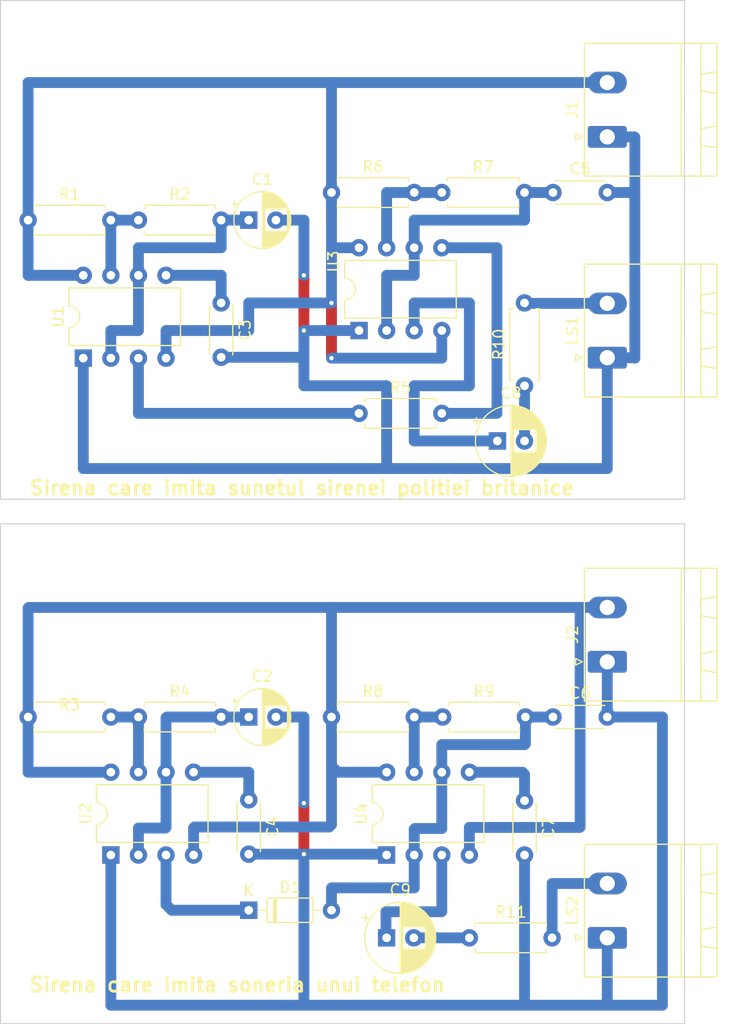
<source format=kicad_pcb>
(kicad_pcb (version 20240108) (generator "pcbnew") (generator_version "8.0")
  (layers (0 "F.Cu" signal) (31 "B.Cu" signal) (34 "B.Paste" user) (35 "F.Paste" user) (36 "B.SilkS" user "B.Silkscreen") (37 "F.SilkS" user "F.Silkscreen") (38 "B.Mask" user) (39 "F.Mask" user) (44 "Edge.Cuts" user))
  (net 0 "")
  (net 1 "+15V")
  (net 2 "Net-(C9-Pad2)")
  (net 3 "GND")
  (net 4 "Net-(U1-THR)")
  (net 5 "Net-(U2-THR)")
  (net 6 "Net-(U1-CV)")
  (net 7 "Net-(U2-CV)")
  (net 8 "Net-(U3-THR)")
  (net 9 "Net-(D1-A)")
  (net 10 "Net-(U4-CV)")
  (net 11 "Net-(U3-Q)")
  (net 12 "Net-(C8-Pad2)")
  (net 13 "Net-(U4-Q)")
  (net 14 "Net-(D1-K)")
  (net 15 "Net-(LS2-Pad2)")
  (net 16 "Net-(U1-DIS)")
  (net 17 "Net-(U2-DIS)")
  (net 18 "Net-(U1-Q)")
  (net 19 "Net-(U3-CV)")
  (net 20 "Net-(U3-DIS)")
  (net 21 "Net-(U4-DIS)")
  (net 22 "Net-(LS1-Pad2)")
  (footprint "Connector_Phoenix_MSTB:PhoenixContact_MSTBA_2,5_2-G_1x02_P5.00mm_Horizontal" (layer "F.Cu") (at 55.88 32.98 90)
    (property "Reference" "LS1" (at 2.5 -3.2 90) (layer "F.SilkS"))
    (property "Value" "Speaker")
    (pad "1" thru_hole roundrect (at 0 0 90) (size 2 3.6) (drill 1.4) (layers "*.Cu" "*.Mask") (roundrect_rratio 0.125) (net 3 "GND"))
    (pad "2" thru_hole oval (at 5 0 90) (size 2 3.6) (drill 1.4) (layers "*.Cu" "*.Mask") (net 22 "Net-(LS1-Pad2)"))
  )
  (footprint "Resistor_THT:R_Axial_DIN0207_L6.3mm_D2.5mm_P7.62mm_Horizontal" (layer "F.Cu") (at 2.54 20.32)
    (property "Reference" "R1" (at 3.81 -2.37 0) (layer "F.SilkS"))
    (property "Value" "10k")
    (pad "1" thru_hole circle (at 0 0) (size 1.6 1.6) (drill 0.8) (layers "*.Cu" "*.Mask") (net 1 "+15V"))
    (pad "2" thru_hole oval (at 7.62 0) (size 1.6 1.6) (drill 0.8) (layers "*.Cu" "*.Mask") (net 16 "Net-(U1-DIS)"))
  )
  (footprint "Capacitor_THT:C_Disc_D4.3mm_W1.9mm_P5.00mm" (layer "F.Cu") (at 22.86 73.66 -90)
    (property "Reference" "C4" (at 2.5 -2.2 90) (layer "F.SilkS"))
    (property "Value" "0.1uF")
    (pad "1" thru_hole circle (at 0 0 270) (size 1.6 1.6) (drill 0.8) (layers "*.Cu" "*.Mask") (net 7 "Net-(U2-CV)"))
    (pad "2" thru_hole circle (at 5 0 270) (size 1.6 1.6) (drill 0.8) (layers "*.Cu" "*.Mask") (net 3 "GND"))
  )
  (footprint "Resistor_THT:R_Axial_DIN0207_L6.3mm_D2.5mm_P7.62mm_Horizontal" (layer "F.Cu") (at 33.02 38.1)
    (property "Reference" "R5" (at 3.81 -2.37 0) (layer "F.SilkS"))
    (property "Value" "10k")
    (pad "1" thru_hole circle (at 0 0) (size 1.6 1.6) (drill 0.8) (layers "*.Cu" "*.Mask") (net 18 "Net-(U1-Q)"))
    (pad "2" thru_hole oval (at 7.62 0) (size 1.6 1.6) (drill 0.8) (layers "*.Cu" "*.Mask") (net 19 "Net-(U3-CV)"))
  )
  (footprint "Connector_Phoenix_MSTB:PhoenixContact_MSTBA_2,5_2-G_1x02_P5.00mm_Horizontal" (layer "F.Cu") (at 55.88 12.66 90)
    (property "Reference" "J1" (at 2.5 -3.2 90) (layer "F.SilkS"))
    (property "Value" "Screw_Terminal_01x02")
    (pad "1" thru_hole roundrect (at 0 0 90) (size 2 3.6) (drill 1.4) (layers "*.Cu" "*.Mask") (roundrect_rratio 0.125) (net 3 "GND"))
    (pad "2" thru_hole oval (at 5 0 90) (size 2 3.6) (drill 1.4) (layers "*.Cu" "*.Mask") (net 1 "+15V"))
  )
  (footprint "Resistor_THT:R_Axial_DIN0207_L6.3mm_D2.5mm_P7.62mm_Horizontal" (layer "F.Cu") (at 43.18 86.36)
    (property "Reference" "R11" (at 3.81 -2.37 0) (layer "F.SilkS"))
    (property "Value" "70")
    (pad "1" thru_hole circle (at 0 0) (size 1.6 1.6) (drill 0.8) (layers "*.Cu" "*.Mask") (net 2 "Net-(C9-Pad2)"))
    (pad "2" thru_hole oval (at 7.62 0) (size 1.6 1.6) (drill 0.8) (layers "*.Cu" "*.Mask") (net 15 "Net-(LS2-Pad2)"))
  )
  (footprint "Capacitor_THT:C_Disc_D4.3mm_W1.9mm_P5.00mm" (layer "F.Cu") (at 20.32 27.94 -90)
    (property "Reference" "C3" (at 2.5 -2.2 90) (layer "F.SilkS"))
    (property "Value" "0.1uF")
    (pad "1" thru_hole circle (at 0 0 270) (size 1.6 1.6) (drill 0.8) (layers "*.Cu" "*.Mask") (net 6 "Net-(U1-CV)"))
    (pad "2" thru_hole circle (at 5 0 270) (size 1.6 1.6) (drill 0.8) (layers "*.Cu" "*.Mask") (net 3 "GND"))
  )
  (footprint "Resistor_THT:R_Axial_DIN0207_L6.3mm_D2.5mm_P7.62mm_Horizontal" (layer "F.Cu") (at 40.64 17.78)
    (property "Reference" "R7" (at 3.81 -2.37 0) (layer "F.SilkS"))
    (property "Value" "220K")
    (pad "1" thru_hole circle (at 0 0) (size 1.6 1.6) (drill 0.8) (layers "*.Cu" "*.Mask") (net 20 "Net-(U3-DIS)"))
    (pad "2" thru_hole oval (at 7.62 0) (size 1.6 1.6) (drill 0.8) (layers "*.Cu" "*.Mask") (net 8 "Net-(U3-THR)"))
  )
  (footprint "Capacitor_THT:C_Disc_D4.3mm_W1.9mm_P5.00mm" (layer "F.Cu") (at 50.88 17.78)
    (property "Reference" "C5" (at 2.5 -2.2 0) (layer "F.SilkS"))
    (property "Value" "10nF")
    (pad "1" thru_hole circle (at 0 0) (size 1.6 1.6) (drill 0.8) (layers "*.Cu" "*.Mask") (net 8 "Net-(U3-THR)"))
    (pad "2" thru_hole circle (at 5 0) (size 1.6 1.6) (drill 0.8) (layers "*.Cu" "*.Mask") (net 3 "GND"))
  )
  (footprint "Capacitor_THT:CP_Radial_D5.0mm_P2.50mm" (layer "F.Cu") (at 22.86 66.04)
    (property "Reference" "C2" (at 1.25 -3.75 0) (layer "F.SilkS"))
    (property "Value" "10uF")
    (pad "1" thru_hole rect (at 0 0) (size 1.6 1.6) (drill 0.8) (layers "*.Cu" "*.Mask") (net 5 "Net-(U2-THR)"))
    (pad "2" thru_hole circle (at 2.5 0) (size 1.6 1.6) (drill 0.8) (layers "*.Cu" "*.Mask") (net 3 "GND"))
  )
  (footprint "Resistor_THT:R_Axial_DIN0207_L6.3mm_D2.5mm_P7.62mm_Horizontal" (layer "F.Cu") (at 48.26 35.56 90)
    (property "Reference" "R10" (at 3.81 -2.37 90) (layer "F.SilkS"))
    (property "Value" "70")
    (pad "1" thru_hole circle (at 0 0 90) (size 1.6 1.6) (drill 0.8) (layers "*.Cu" "*.Mask") (net 12 "Net-(C8-Pad2)"))
    (pad "2" thru_hole oval (at 7.62 0 90) (size 1.6 1.6) (drill 0.8) (layers "*.Cu" "*.Mask") (net 22 "Net-(LS1-Pad2)"))
  )
  (footprint "Connector_Phoenix_MSTB:PhoenixContact_MSTBA_2,5_2-G_1x02_P5.00mm_Horizontal" (layer "F.Cu") (at 55.88 60.96 90)
    (property "Reference" "J2" (at 2.5 -3.2 90) (layer "F.SilkS"))
    (property "Value" "Screw_Terminal_01x02")
    (pad "1" thru_hole roundrect (at 0 0 90) (size 2 3.6) (drill 1.4) (layers "*.Cu" "*.Mask") (roundrect_rratio 0.125) (net 3 "GND"))
    (pad "2" thru_hole oval (at 5 0 90) (size 2 3.6) (drill 1.4) (layers "*.Cu" "*.Mask") (net 1 "+15V"))
  )
  (footprint "Package_DIP:DIP-8_W7.62mm" (layer "F.Cu") (at 10.16 78.74 90)
    (property "Reference" "U2" (at 3.81 -2.33 90) (layer "F.SilkS"))
    (property "Value" "NE555P")
    (pad "1" thru_hole rect (at 0 0 90) (size 1.6 1.6) (drill 0.8) (layers "*.Cu" "*.Mask") (net 3 "GND"))
    (pad "2" thru_hole oval (at 0 2.54 90) (size 1.6 1.6) (drill 0.8) (layers "*.Cu" "*.Mask") (net 5 "Net-(U2-THR)"))
    (pad "3" thru_hole oval (at 0 5.08 90) (size 1.6 1.6) (drill 0.8) (layers "*.Cu" "*.Mask") (net 14 "Net-(D1-K)"))
    (pad "4" thru_hole oval (at 0 7.62 90) (size 1.6 1.6) (drill 0.8) (layers "*.Cu" "*.Mask") (net 1 "+15V"))
    (pad "5" thru_hole oval (at 7.62 7.62 90) (size 1.6 1.6) (drill 0.8) (layers "*.Cu" "*.Mask") (net 7 "Net-(U2-CV)"))
    (pad "6" thru_hole oval (at 7.62 5.08 90) (size 1.6 1.6) (drill 0.8) (layers "*.Cu" "*.Mask") (net 5 "Net-(U2-THR)"))
    (pad "7" thru_hole oval (at 7.62 2.54 90) (size 1.6 1.6) (drill 0.8) (layers "*.Cu" "*.Mask") (net 17 "Net-(U2-DIS)"))
    (pad "8" thru_hole oval (at 7.62 0 90) (size 1.6 1.6) (drill 0.8) (layers "*.Cu" "*.Mask") (net 1 "+15V"))
  )
  (footprint "Diode_THT:D_DO-35_SOD27_P7.62mm_Horizontal" (layer "F.Cu") (at 22.86 83.82)
    (property "Reference" "D1" (at 3.81 -2.12 0) (layer "F.SilkS"))
    (property "Value" "1N4148")
    (fp_text user "K" (at 0 -1.8 0) (layer "F.SilkS"))
    (pad "1" thru_hole rect (at 0 0) (size 1.6 1.6) (drill 0.8) (layers "*.Cu" "*.Mask") (net 14 "Net-(D1-K)"))
    (pad "2" thru_hole oval (at 7.62 0) (size 1.6 1.6) (drill 0.8) (layers "*.Cu" "*.Mask") (net 9 "Net-(D1-A)"))
  )
  (footprint "Package_DIP:DIP-8_W7.62mm" (layer "F.Cu") (at 7.62 33.02 90)
    (property "Reference" "U1" (at 3.81 -2.33 90) (layer "F.SilkS"))
    (property "Value" "NE555P")
    (pad "1" thru_hole rect (at 0 0 90) (size 1.6 1.6) (drill 0.8) (layers "*.Cu" "*.Mask") (net 3 "GND"))
    (pad "2" thru_hole oval (at 0 2.54 90) (size 1.6 1.6) (drill 0.8) (layers "*.Cu" "*.Mask") (net 4 "Net-(U1-THR)"))
    (pad "3" thru_hole oval (at 0 5.08 90) (size 1.6 1.6) (drill 0.8) (layers "*.Cu" "*.Mask") (net 18 "Net-(U1-Q)"))
    (pad "4" thru_hole oval (at 0 7.62 90) (size 1.6 1.6) (drill 0.8) (layers "*.Cu" "*.Mask") (net 1 "+15V"))
    (pad "5" thru_hole oval (at 7.62 7.62 90) (size 1.6 1.6) (drill 0.8) (layers "*.Cu" "*.Mask") (net 6 "Net-(U1-CV)"))
    (pad "6" thru_hole oval (at 7.62 5.08 90) (size 1.6 1.6) (drill 0.8) (layers "*.Cu" "*.Mask") (net 4 "Net-(U1-THR)"))
    (pad "7" thru_hole oval (at 7.62 2.54 90) (size 1.6 1.6) (drill 0.8) (layers "*.Cu" "*.Mask") (net 16 "Net-(U1-DIS)"))
    (pad "8" thru_hole oval (at 7.62 0 90) (size 1.6 1.6) (drill 0.8) (layers "*.Cu" "*.Mask") (net 1 "+15V"))
  )
  (footprint "Capacitor_THT:CP_Radial_D5.0mm_P2.50mm" (layer "F.Cu") (at 22.86 20.32)
    (property "Reference" "C1" (at 1.25 -3.75 0) (layer "F.SilkS"))
    (property "Value" "10uF")
    (pad "1" thru_hole rect (at 0 0) (size 1.6 1.6) (drill 0.8) (layers "*.Cu" "*.Mask") (net 4 "Net-(U1-THR)"))
    (pad "2" thru_hole circle (at 2.5 0) (size 1.6 1.6) (drill 0.8) (layers "*.Cu" "*.Mask") (net 3 "GND"))
  )
  (footprint "Package_DIP:DIP-8_W7.62mm" (layer "F.Cu") (at 35.56 78.74 90)
    (property "Reference" "U4" (at 3.81 -2.33 90) (layer "F.SilkS"))
    (property "Value" "NE555P")
    (pad "1" thru_hole rect (at 0 0 90) (size 1.6 1.6) (drill 0.8) (layers "*.Cu" "*.Mask") (net 3 "GND"))
    (pad "2" thru_hole oval (at 0 2.54 90) (size 1.6 1.6) (drill 0.8) (layers "*.Cu" "*.Mask") (net 9 "Net-(D1-A)"))
    (pad "3" thru_hole oval (at 0 5.08 90) (size 1.6 1.6) (drill 0.8) (layers "*.Cu" "*.Mask") (net 13 "Net-(U4-Q)"))
    (pad "4" thru_hole oval (at 0 7.62 90) (size 1.6 1.6) (drill 0.8) (layers "*.Cu" "*.Mask") (net 1 "+15V"))
    (pad "5" thru_hole oval (at 7.62 7.62 90) (size 1.6 1.6) (drill 0.8) (layers "*.Cu" "*.Mask") (net 10 "Net-(U4-CV)"))
    (pad "6" thru_hole oval (at 7.62 5.08 90) (size 1.6 1.6) (drill 0.8) (layers "*.Cu" "*.Mask") (net 9 "Net-(D1-A)"))
    (pad "7" thru_hole oval (at 7.62 2.54 90) (size 1.6 1.6) (drill 0.8) (layers "*.Cu" "*.Mask") (net 21 "Net-(U4-DIS)"))
    (pad "8" thru_hole oval (at 7.62 0 90) (size 1.6 1.6) (drill 0.8) (layers "*.Cu" "*.Mask") (net 1 "+15V"))
  )
  (footprint "Capacitor_THT:CP_Radial_D6.3mm_P2.50mm" (layer "F.Cu") (at 45.76 40.64)
    (property "Reference" "C8" (at 1.25 -4.4 0) (layer "F.SilkS"))
    (property "Value" "100uF")
    (pad "1" thru_hole rect (at 0 0) (size 1.6 1.6) (drill 0.8) (layers "*.Cu" "*.Mask") (net 11 "Net-(U3-Q)"))
    (pad "2" thru_hole circle (at 2.5 0) (size 1.6 1.6) (drill 0.8) (layers "*.Cu" "*.Mask") (net 12 "Net-(C8-Pad2)"))
  )
  (footprint "Resistor_THT:R_Axial_DIN0207_L6.3mm_D2.5mm_P7.62mm_Horizontal" (layer "F.Cu") (at 12.7 20.32)
    (property "Reference" "R2" (at 3.81 -2.37 0) (layer "F.SilkS"))
    (property "Value" "75k")
    (pad "1" thru_hole circle (at 0 0) (size 1.6 1.6) (drill 0.8) (layers "*.Cu" "*.Mask") (net 16 "Net-(U1-DIS)"))
    (pad "2" thru_hole oval (at 7.62 0) (size 1.6 1.6) (drill 0.8) (layers "*.Cu" "*.Mask") (net 4 "Net-(U1-THR)"))
  )
  (footprint "Capacitor_THT:C_Disc_D4.3mm_W1.9mm_P5.00mm" (layer "F.Cu") (at 48.26 73.74 -90)
    (property "Reference" "C7" (at 2.5 -2.2 90) (layer "F.SilkS"))
    (property "Value" "0.1uF")
    (pad "1" thru_hole circle (at 0 0 270) (size 1.6 1.6) (drill 0.8) (layers "*.Cu" "*.Mask") (net 10 "Net-(U4-CV)"))
    (pad "2" thru_hole circle (at 5 0 270) (size 1.6 1.6) (drill 0.8) (layers "*.Cu" "*.Mask") (net 3 "GND"))
  )
  (footprint "Resistor_THT:R_Axial_DIN0207_L6.3mm_D2.5mm_P7.62mm_Horizontal" (layer "F.Cu") (at 12.7 66.04)
    (property "Reference" "R4" (at 3.81 -2.37 0) (layer "F.SilkS"))
    (property "Value" "75k")
    (pad "1" thru_hole circle (at 0 0) (size 1.6 1.6) (drill 0.8) (layers "*.Cu" "*.Mask") (net 17 "Net-(U2-DIS)"))
    (pad "2" thru_hole oval (at 7.62 0) (size 1.6 1.6) (drill 0.8) (layers "*.Cu" "*.Mask") (net 5 "Net-(U2-THR)"))
  )
  (footprint "Resistor_THT:R_Axial_DIN0207_L6.3mm_D2.5mm_P7.62mm_Horizontal" (layer "F.Cu") (at 40.72 66.04)
    (property "Reference" "R9" (at 3.81 -2.37 0) (layer "F.SilkS"))
    (property "Value" "100k")
    (pad "1" thru_hole circle (at 0 0) (size 1.6 1.6) (drill 0.8) (layers "*.Cu" "*.Mask") (net 21 "Net-(U4-DIS)"))
    (pad "2" thru_hole oval (at 7.62 0) (size 1.6 1.6) (drill 0.8) (layers "*.Cu" "*.Mask") (net 9 "Net-(D1-A)"))
  )
  (footprint "Resistor_THT:R_Axial_DIN0207_L6.3mm_D2.5mm_P7.62mm_Horizontal" (layer "F.Cu") (at 30.48 17.78)
    (property "Reference" "R6" (at 3.81 -2.37 0) (layer "F.SilkS"))
    (property "Value" "10k")
    (pad "1" thru_hole circle (at 0 0) (size 1.6 1.6) (drill 0.8) (layers "*.Cu" "*.Mask") (net 1 "+15V"))
    (pad "2" thru_hole oval (at 7.62 0) (size 1.6 1.6) (drill 0.8) (layers "*.Cu" "*.Mask") (net 20 "Net-(U3-DIS)"))
  )
  (footprint "Connector_Phoenix_MSTB:PhoenixContact_MSTBA_2,5_2-G_1x02_P5.00mm_Horizontal" (layer "F.Cu") (at 55.88 86.36 90)
    (property "Reference" "LS2" (at 2.5 -3.2 90) (layer "F.SilkS"))
    (property "Value" "Speaker")
    (pad "1" thru_hole roundrect (at 0 0 90) (size 2 3.6) (drill 1.4) (layers "*.Cu" "*.Mask") (roundrect_rratio 0.125) (net 3 "GND"))
    (pad "2" thru_hole oval (at 5 0 90) (size 2 3.6) (drill 1.4) (layers "*.Cu" "*.Mask") (net 15 "Net-(LS2-Pad2)"))
  )
  (footprint "Capacitor_THT:CP_Radial_D6.3mm_P2.50mm" (layer "F.Cu") (at 35.56 86.36)
    (property "Reference" "C9" (at 1.25 -4.4 0) (layer "F.SilkS"))
    (property "Value" "100uF")
    (pad "1" thru_hole rect (at 0 0) (size 1.6 1.6) (drill 0.8) (layers "*.Cu" "*.Mask") (net 13 "Net-(U4-Q)"))
    (pad "2" thru_hole circle (at 2.5 0) (size 1.6 1.6) (drill 0.8) (layers "*.Cu" "*.Mask") (net 2 "Net-(C9-Pad2)"))
  )
  (footprint "Resistor_THT:R_Axial_DIN0207_L6.3mm_D2.5mm_P7.62mm_Horizontal" (layer "F.Cu") (at 2.54 66.04)
    (property "Reference" "R3" (at 3.81 -1.11 0) (layer "F.SilkS"))
    (property "Value" "10k")
    (pad "1" thru_hole circle (at 0 0) (size 1.6 1.6) (drill 0.8) (layers "*.Cu" "*.Mask") (net 1 "+15V"))
    (pad "2" thru_hole oval (at 7.62 0) (size 1.6 1.6) (drill 0.8) (layers "*.Cu" "*.Mask") (net 17 "Net-(U2-DIS)"))
  )
  (footprint "Resistor_THT:R_Axial_DIN0207_L6.3mm_D2.5mm_P7.62mm_Horizontal" (layer "F.Cu") (at 30.48 66.04)
    (property "Reference" "R8" (at 3.81 -2.37 0) (layer "F.SilkS"))
    (property "Value" "10k")
    (pad "1" thru_hole circle (at 0 0) (size 1.6 1.6) (drill 0.8) (layers "*.Cu" "*.Mask") (net 1 "+15V"))
    (pad "2" thru_hole oval (at 7.62 0) (size 1.6 1.6) (drill 0.8) (layers "*.Cu" "*.Mask") (net 21 "Net-(U4-DIS)"))
  )
  (footprint "Package_DIP:DIP-8_W7.62mm" (layer "F.Cu") (at 33.02 30.48 90)
    (property "Reference" "U3" (at 6.35 -2.33 90) (layer "F.SilkS"))
    (property "Value" "NE555P")
    (pad "1" thru_hole rect (at 0 0 90) (size 1.6 1.6) (drill 0.8) (layers "*.Cu" "*.Mask") (net 3 "GND"))
    (pad "2" thru_hole oval (at 0 2.54 90) (size 1.6 1.6) (drill 0.8) (layers "*.Cu" "*.Mask") (net 8 "Net-(U3-THR)"))
    (pad "3" thru_hole oval (at 0 5.08 90) (size 1.6 1.6) (drill 0.8) (layers "*.Cu" "*.Mask") (net 11 "Net-(U3-Q)"))
    (pad "4" thru_hole oval (at 0 7.62 90) (size 1.6 1.6) (drill 0.8) (layers "*.Cu" "*.Mask") (net 1 "+15V"))
    (pad "5" thru_hole oval (at 7.62 7.62 90) (size 1.6 1.6) (drill 0.8) (layers "*.Cu" "*.Mask") (net 19 "Net-(U3-CV)"))
    (pad "6" thru_hole oval (at 7.62 5.08 90) (size 1.6 1.6) (drill 0.8) (layers "*.Cu" "*.Mask") (net 8 "Net-(U3-THR)"))
    (pad "7" thru_hole oval (at 7.62 2.54 90) (size 1.6 1.6) (drill 0.8) (layers "*.Cu" "*.Mask") (net 20 "Net-(U3-DIS)"))
    (pad "8" thru_hole oval (at 7.62 0 90) (size 1.6 1.6) (drill 0.8) (layers "*.Cu" "*.Mask") (net 1 "+15V"))
  )
  (footprint "Capacitor_THT:C_Disc_D4.3mm_W1.9mm_P5.00mm" (layer "F.Cu") (at 50.88 66.04)
    (property "Reference" "C6" (at 2.5 -2.2 0) (layer "F.SilkS"))
    (property "Value" "10nF")
    (pad "1" thru_hole circle (at 0 0) (size 1.6 1.6) (drill 0.8) (layers "*.Cu" "*.Mask") (net 9 "Net-(D1-A)"))
    (pad "2" thru_hole circle (at 5 0) (size 1.6 1.6) (drill 0.8) (layers "*.Cu" "*.Mask") (net 3 "GND"))
  )
  (gr_rect (start 0 0.115) (end 63 46) (stroke (width 0.1)) (fill none) (layer "Edge.Cuts"))
  (gr_rect (start 0 48.26) (end 63 94.26) (stroke (width 0.1)) (fill none) (layer "Edge.Cuts"))
  (gr_text "Sirena care imita sunetul sirenei politiei britanice" (at 2.54 45.72 0) (layer "F.SilkS") (effects (font (size 1.3 1.3) (thickness 0.26) (bold yes)) (justify left bottom)))
  (gr_text "Sirena care imita soneria unui telefon" (at 2.54 91.44 0) (layer "F.SilkS") (effects (font (size 1.3 1.3) (thickness 0.26) (bold yes)) (justify left bottom)))
  (segment (start 30.48 33.02) (end 30.48 27.94) (width 1) (layer "F.Cu") (net 1))
  (via (at 30.48 27.94) (size 0.8) (drill 0.4) (layers "F.Cu" "B.Cu") (net 1))
  (via (at 30.48 33.02) (size 0.8) (drill 0.4) (layers "F.Cu" "B.Cu") (net 1))
  (segment (start 2.6 55.96) (end 2.54 56.02) (width 1) (layer "B.Cu") (net 1))
  (segment (start 53.34 76.2) (end 53.38 76.16) (width 1) (layer "B.Cu") (net 1))
  (segment (start 17.78 76.24) (end 17.86 76.16) (width 1) (layer "B.Cu") (net 1))
  (segment (start 30.48 22.86) (end 30.48 17.78) (width 1) (layer "B.Cu") (net 1))
  (segment (start 33.02 22.86) (end 30.48 22.86) (width 1) (layer "B.Cu") (net 1))
  (segment (start 43.18 76.2) (end 53.34 76.2) (width 1) (layer "B.Cu") (net 1))
  (segment (start 30.4 55.96) (end 2.6 55.96) (width 1) (layer "B.Cu") (net 1))
  (segment (start 7.62 25.4) (end 2.54 25.4) (width 1) (layer "B.Cu") (net 1))
  (segment (start 30.48 27.94) (end 30.48 22.86) (width 1) (layer "B.Cu") (net 1))
  (segment (start 2.54 25.4) (end 2.54 20.32) (width 1) (layer "B.Cu") (net 1))
  (segment (start 30.48 20.32) (end 30.48 7.66) (width 1) (layer "B.Cu") (net 1))
  (segment (start 2.54 7.66) (end 2.54 20.32) (width 1) (layer "B.Cu") (net 1))
  (segment (start 2.54 71.12) (end 2.54 66.04) (width 1) (layer "B.Cu") (net 1))
  (segment (start 15.24 30.48) (end 15.24 33.02) (width 1) (layer "B.Cu") (net 1))
  (segment (start 22.86 27.94) (end 22.86 30.48) (width 1) (layer "B.Cu") (net 1))
  (segment (start 30.48 33.02) (end 40.64 33.02) (width 1) (layer "B.Cu") (net 1))
  (segment (start 55.88 7.66) (end 30.48 7.66) (width 1) (layer "B.Cu") (net 1))
  (segment (start 30.48 66.04) (end 30.48 56.04) (width 1) (layer "B.Cu") (net 1))
  (segment (start 30.48 56.04) (end 30.4 55.96) (width 1) (layer "B.Cu") (net 1))
  (segment (start 43.18 78.74) (end 43.18 76.2) (width 1) (layer "B.Cu") (net 1))
  (segment (start 55.88 55.96) (end 53.1 55.96) (width 1) (layer "B.Cu") (net 1))
  (segment (start 17.78 78.74) (end 17.78 76.24) (width 1) (layer "B.Cu") (net 1))
  (segment (start 31.06 71.12) (end 30.48 70.54) (width 1) (layer "B.Cu") (net 1))
  (segment (start 2.54 56.02) (end 2.54 66.04) (width 1) (layer "B.Cu") (net 1))
  (segment (start 30.48 75.94) (end 30.48 70.54) (width 1) (layer "B.Cu") (net 1))
  (segment (start 53.38 56.24) (end 53.1 55.96) (width 1) (layer "B.Cu") (net 1))
  (segment (start 30.48 27.94) (end 22.86 27.94) (width 1) (layer "B.Cu") (net 1))
  (segment (start 22.86 30.48) (end 15.24 30.48) (width 1) (layer "B.Cu") (net 1))
  (segment (start 30.26 76.16) (end 30.48 75.94) (width 1) (layer "B.Cu") (net 1))
  (segment (start 53.1 55.96) (end 30.4 55.96) (width 1) (layer "B.Cu") (net 1))
  (segment (start 10.16 71.12) (end 2.54 71.12) (width 1) (layer "B.Cu") (net 1))
  (segment (start 30.48 7.66) (end 2.54 7.66) (width 1) (layer "B.Cu") (net 1))
  (segment (start 53.38 76.16) (end 53.38 56.24) (width 1) (layer "B.Cu") (net 1))
  (segment (start 17.86 76.16) (end 30.26 76.16) (width 1) (layer "B.Cu") (net 1))
  (segment (start 30.48 70.54) (end 30.48 66.04) (width 1) (layer "B.Cu") (net 1))
  (segment (start 40.64 33.02) (end 40.64 30.48) (width 1) (layer "B.Cu") (net 1))
  (segment (start 35.56 71.12) (end 31.06 71.12) (width 1) (layer "B.Cu") (net 1))
  (segment (start 43.18 86.36) (end 38.06 86.36) (width 1) (layer "B.Cu") (net 2))
  (segment (start 27.94 30.48) (end 27.94 25.4) (width 1) (layer "F.Cu") (net 3))
  (segment (start 27.94 73.96) (end 27.94 78.66) (width 1) (layer "F.Cu") (net 3))
  (via (at 27.94 30.48) (size 0.8) (drill 0.4) (layers "F.Cu" "B.Cu") (net 3))
  (via (at 27.94 73.96) (size 0.8) (drill 0.4) (layers "F.Cu" "B.Cu") (net 3))
  (via (at 27.94 78.66) (size 0.8) (drill 0.4) (layers "F.Cu" "B.Cu") (net 3))
  (via (at 27.94 25.4) (size 0.8) (drill 0.4) (layers "F.Cu" "B.Cu") (net 3))
  (segment (start 58.42 17.78) (end 58.42 33.02) (width 1) (layer "B.Cu") (net 3))
  (segment (start 27.94 73.96) (end 27.94 66.04) (width 1) (layer "B.Cu") (net 3))
  (segment (start 20.32 32.94) (end 27.86 32.94) (width 1) (layer "B.Cu") (net 3))
  (segment (start 58.38 32.98) (end 55.88 32.98) (width 1) (layer "B.Cu") (net 3))
  (segment (start 60.96 66.04) (end 60.96 92.56) (width 1) (layer "B.Cu") (net 3))
  (segment (start 48.26 92.52) (end 48.3 92.56) (width 1) (layer "B.Cu") (net 3))
  (segment (start 27.94 20.32) (end 25.36 20.32) (width 1) (layer "B.Cu") (net 3))
  (segment (start 27.94 66.04) (end 25.36 66.04) (width 1) (layer "B.Cu") (net 3))
  (segment (start 27.94 35.56) (end 35.56 35.56) (width 1) (layer "B.Cu") (net 3))
  (segment (start 10.16 92.56) (end 48.3 92.56) (width 1) (layer "B.Cu") (net 3))
  (segment (start 55.88 66.04) (end 60.96 66.04) (width 1) (layer "B.Cu") (net 3))
  (segment (start 55.6 92.56) (end 55.88 92.56) (width 1) (layer "B.Cu") (net 3))
  (segment (start 55.88 17.78) (end 58.42 17.78) (width 1) (layer "B.Cu") (net 3))
  (segment (start 48.26 78.74) (end 48.26 92.52) (width 1) (layer "B.Cu") (net 3))
  (segment (start 35.56 35.56) (end 35.56 43.18) (width 1) (layer "B.Cu") (net 3))
  (segment (start 27.86 32.94) (end 27.94 33.02) (width 1) (layer "B.Cu") (net 3))
  (segment (start 27.94 92.56) (end 26.2 92.56) (width 1) (layer "B.Cu") (net 3))
  (segment (start 27.94 20.32) (end 27.94 25.4) (width 1) (layer "B.Cu") (net 3))
  (segment (start 27.94 78.66) (end 35.48 78.66) (width 1) (layer "B.Cu") (net 3))
  (segment (start 7.62 33.02) (end 7.62 43.18) (width 1) (layer "B.Cu") (net 3))
  (segment (start 55.88 92.56) (end 55.88 86.36) (width 1) (layer "B.Cu") (net 3))
  (segment (start 55.88 43.18) (end 55.88 32.98) (width 1) (layer "B.Cu") (net 3))
  (segment (start 55.88 12.66) (end 58.38 12.66) (width 1) (layer "B.Cu") (net 3))
  (segment (start 27.94 78.66) (end 27.94 92.56) (width 1) (layer "B.Cu") (net 3))
  (segment (start 10.16 78.74) (end 10.16 92.56) (width 1) (layer "B.Cu") (net 3))
  (segment (start 35.48 78.66) (end 35.56 78.74) (width 1) (layer "B.Cu") (net 3))
  (segment (start 22.86 78.66) (end 27.94 78.66) (width 1) (layer "B.Cu") (net 3))
  (segment (start 33.02 30.48) (end 27.94 30.48) (width 1) (layer "B.Cu") (net 3))
  (segment (start 48.3 92.56) (end 55.6 92.56) (width 1) (layer "B.Cu") (net 3))
  (segment (start 27.94 30.48) (end 27.94 33.02) (width 1) (layer "B.Cu") (net 3))
  (segment (start 55.88 60.96) (end 55.88 66.04) (width 1) (layer "B.Cu") (net 3))
  (segment (start 7.62 43.18) (end 35.56 43.18) (width 1) (layer "B.Cu") (net 3))
  (segment (start 27.94 33.02) (end 27.94 35.56) (width 1) (layer "B.Cu") (net 3))
  (segment (start 58.42 33.02) (end 58.38 32.98) (width 1) (layer "B.Cu") (net 3))
  (segment (start 58.38 12.66) (end 58.42 12.7) (width 1) (layer "B.Cu") (net 3))
  (segment (start 35.56 43.18) (end 55.88 43.18) (width 1) (layer "B.Cu") (net 3))
  (segment (start 58.42 12.7) (end 58.42 17.78) (width 1) (layer "B.Cu") (net 3))
  (segment (start 60.96 92.56) (end 55.6 92.56) (width 1) (layer "B.Cu") (net 3))
  (segment (start 12.7 22.86) (end 20.32 22.86) (width 1) (layer "B.Cu") (net 4))
  (segment (start 20.32 20.32) (end 22.86 20.32) (width 1) (layer "B.Cu") (net 4))
  (segment (start 12.7 30.48) (end 12.7 25.4) (width 1) (layer "B.Cu") (net 4))
  (segment (start 20.32 22.86) (end 20.32 20.32) (width 1) (layer "B.Cu") (net 4))
  (segment (start 10.16 33.02) (end 10.16 30.48) (width 1) (layer "B.Cu") (net 4))
  (segment (start 10.16 30.48) (end 12.7 30.48) (width 1) (layer "B.Cu") (net 4))
  (segment (start 12.7 25.4) (end 12.7 22.86) (width 1) (layer "B.Cu") (net 4))
  (segment (start 15.24 76.2) (end 15.18 76.26) (width 1) (layer "B.Cu") (net 5))
  (segment (start 12.7 76.26) (end 12.7 78.74) (width 1) (layer "B.Cu") (net 5))
  (segment (start 15.24 66.12) (end 15.32 66.04) (width 1) (layer "B.Cu") (net 5))
  (segment (start 15.24 71.12) (end 15.24 76.2) (width 1) (layer "B.Cu") (net 5))
  (segment (start 15.24 71.12) (end 15.24 66.12) (width 1) (layer "B.Cu") (net 5))
  (segment (start 15.32 66.04) (end 22.86 66.04) (width 1) (layer "B.Cu") (net 5))
  (segment (start 15.18 76.26) (end 12.7 76.26) (width 1) (layer "B.Cu") (net 5))
  (segment (start 20.32 27.94) (end 20.32 25.4) (width 1) (layer "B.Cu") (net 6))
  (segment (start 20.32 25.4) (end 15.24 25.4) (width 1) (layer "B.Cu") (net 6))
  (segment (start 22.86 71.12) (end 22.86 73.66) (width 1) (layer "B.Cu") (net 7))
  (segment (start 17.78 71.12) (end 22.86 71.12) (width 1) (layer "B.Cu") (net 7))
  (segment (start 38.1 22.86) (end 38.1 25.4) (width 1) (layer "B.Cu") (net 8))
  (segment (start 35.56 25.4) (end 38.1 25.4) (width 1) (layer "B.Cu") (net 8))
  (segment (start 48.26 20.32) (end 48.26 17.78) (width 1) (layer "B.Cu") (net 8))
  (segment (start 50.8 17.78) (end 48.26 17.78) (width 1) (layer "B.Cu") (net 8))
  (segment (start 35.56 30.48) (end 35.56 25.4) (width 1) (layer "B.Cu") (net 8))
  (segment (start 38.1 22.86) (end 38.1 20.32) (width 1) (layer "B.Cu") (net 8))
  (segment (start 38.1 20.32) (end 48.26 20.32) (width 1) (layer "B.Cu") (net 8))
  (segment (start 48.26 68.58) (end 48.34 68.5) (width 1) (layer "B.Cu") (net 9))
  (segment (start 50.88 66.04) (end 48.34 66.04) (width 1) (layer "B.Cu") (net 9))
  (segment (start 40.64 71.12) (end 40.64 68.58) (width 1) (layer "B.Cu") (net 9))
  (segment (start 40.64 76.3) (end 38.16 76.3) (width 1) (layer "B.Cu") (net 9))
  (segment (start 38.16 76.3) (end 38.1 76.36) (width 1) (layer "B.Cu") (net 9))
  (segment (start 40.64 68.58) (end 48.26 68.58) (width 1) (layer "B.Cu") (net 9))
  (segment (start 40.64 71.12) (end 40.64 76.3) (width 1) (layer "B.Cu") (net 9))
  (segment (start 38.1 81.76) (end 38.1 78.74) (width 1) (layer "B.Cu") (net 9))
  (segment (start 30.48 83.82) (end 30.48 81.78) (width 1) (layer "B.Cu") (net 9))
  (segment (start 30.48 81.78) (end 30.5 81.76) (width 1) (layer "B.Cu") (net 9))
  (segment (start 38.1 76.36) (end 38.1 78.74) (width 1) (layer "B.Cu") (net 9))
  (segment (start 48.34 68.5) (end 48.34 66.04) (width 1) (layer "B.Cu") (net 9))
  (segment (start 30.5 81.76) (end 38.1 81.76) (width 1) (layer "B.Cu") (net 9))
  (segment (start 48.26 71.32) (end 48.26 73.74) (width 1) (layer "B.Cu") (net 10))
  (segment (start 43.18 71.12) (end 48.06 71.12) (width 1) (layer "B.Cu") (net 10))
  (segment (start 48.06 71.12) (end 48.26 71.32) (width 1) (layer "B.Cu") (net 10))
  (segment (start 43.18 27.94) (end 43.18 35.56) (width 1) (layer "B.Cu") (net 11))
  (segment (start 38.1 35.56) (end 38.1 40.64) (width 1) (layer "B.Cu") (net 11))
  (segment (start 43.18 35.56) (end 38.1 35.56) (width 1) (layer "B.Cu") (net 11))
  (segment (start 38.1 30.48) (end 38.1 27.94) (width 1) (layer "B.Cu") (net 11))
  (segment (start 38.1 40.64) (end 45.76 40.64) (width 1) (layer "B.Cu") (net 11))
  (segment (start 38.1 27.94) (end 43.18 27.94) (width 1) (layer "B.Cu") (net 11))
  (segment (start 48.26 40.64) (end 48.26 35.56) (width 1) (layer "B.Cu") (net 12))
  (segment (start 35.5 86.3) (end 35.56 86.36) (width 1) (layer "B.Cu") (net 13))
  (segment (start 40.64 83.92) (end 40.6 83.96) (width 1) (layer "B.Cu") (net 13))
  (segment (start 40.6 83.96) (end 35.5 83.96) (width 1) (layer "B.Cu") (net 13))
  (segment (start 40.64 78.74) (end 40.64 83.92) (width 1) (layer "B.Cu") (net 13))
  (segment (start 35.5 83.96) (end 35.5 86.3) (width 1) (layer "B.Cu") (net 13))
  (segment (start 15.76 83.82) (end 15.24 83.3) (width 1) (layer "B.Cu") (net 14))
  (segment (start 22.86 83.82) (end 15.76 83.82) (width 1) (layer "B.Cu") (net 14))
  (segment (start 15.24 83.3) (end 15.24 78.74) (width 1) (layer "B.Cu") (net 14))
  (segment (start 55.88 81.36) (end 50.8 81.36) (width 1) (layer "B.Cu") (net 15))
  (segment (start 50.8 81.36) (end 50.8 86.36) (width 1) (layer "B.Cu") (net 15))
  (segment (start 12.7 20.32) (end 10.16 20.32) (width 1) (layer "B.Cu") (net 16))
  (segment (start 10.16 25.4) (end 10.16 20.32) (width 1) (layer "B.Cu") (net 16))
  (segment (start 12.7 71.12) (end 12.7 66.04) (width 1) (layer "B.Cu") (net 17))
  (segment (start 10.16 66.04) (end 12.7 66.04) (width 1) (layer "B.Cu") (net 17))
  (segment (start 12.7 38.1) (end 12.7 33.02) (width 1) (layer "B.Cu") (net 18))
  (segment (start 33.02 38.1) (end 12.7 38.1) (width 1) (layer "B.Cu") (net 18))
  (segment (start 45.72 38.1) (end 45.72 22.86) (width 1) (layer "B.Cu") (net 19))
  (segment (start 40.64 38.1) (end 45.72 38.1) (width 1) (layer "B.Cu") (net 19))
  (segment (start 45.72 22.86) (end 40.64 22.86) (width 1) (layer "B.Cu") (net 19))
  (segment (start 35.56 17.78) (end 40.64 17.78) (width 1) (layer "B.Cu") (net 20))
  (segment (start 35.56 22.86) (end 35.56 17.78) (width 1) (layer "B.Cu") (net 20))
  (segment (start 38.1 66.04) (end 40.72 66.04) (width 1) (layer "B.Cu") (net 21))
  (segment (start 38.1 71.12) (end 38.1 66.04) (width 1) (layer "B.Cu") (net 21))
  (segment (start 48.3 27.98) (end 55.88 27.98) (width 1) (layer "B.Cu") (net 22))
)
</source>
